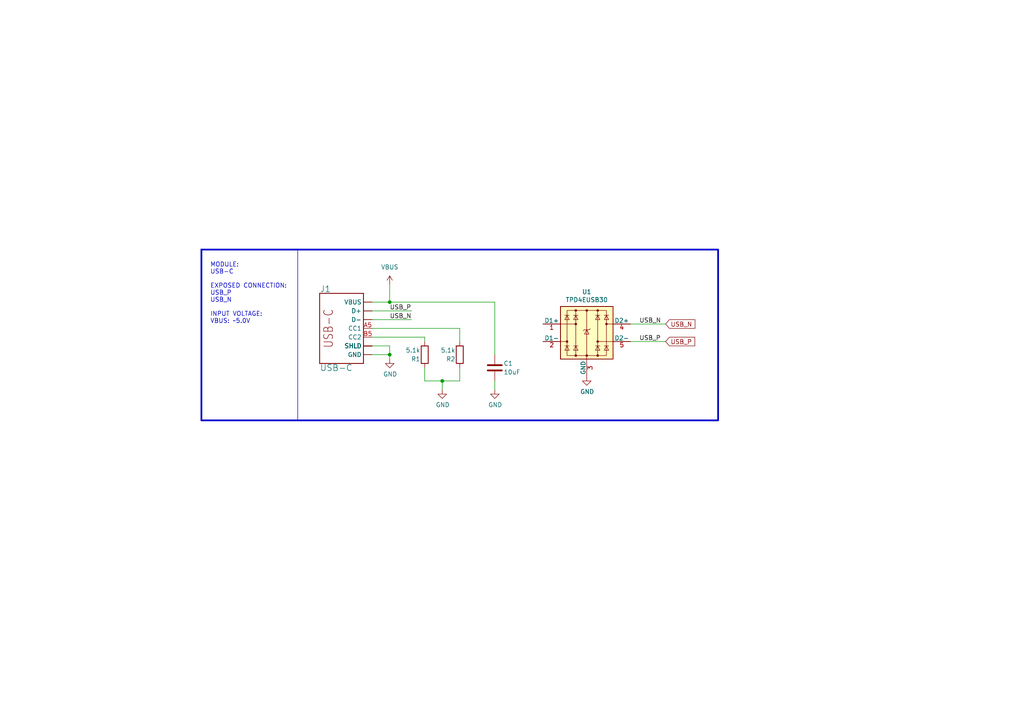
<source format=kicad_sch>
(kicad_sch (version 20230121) (generator eeschema)
  (paper "A4")
  (lib_symbols
    (symbol "AI_EINK-eagle-import:SparkFun-Connectors_USB_C16PIN"
      (property "Reference" "J" (at -2.54 10.414 0))
      (symbol "SparkFun-Connectors_USB_C16PIN_1_0"
        (polyline (pts (xy -2.54 -10.16) (xy -2.54 10.16)) (stroke (width 0.254)))
        (polyline (pts (xy -2.54 -10.16) (xy 10.16 -10.16)) (stroke (width 0.254)))
        (polyline (pts (xy 10.16 -10.16) (xy 10.16 10.16)) (stroke (width 0.254)))
        (polyline (pts (xy 10.16 10.16) (xy -2.54 10.16)) (stroke (width 0.254)))
        (text "USB-C" (at 0 0 900) (effects (font (size 2.54 2.159))))
        (pin bidirectional line (at 12.7 0 180) (length 2.54) (name "CC1") (number "A5"))
        (pin bidirectional line (at 12.7 5.08 180) (length 2.54) (name "D+") (number "A6"))
        (pin bidirectional line (at 12.7 2.54 180) (length 2.54) (name "D-") (number "A7"))
        (pin bidirectional line (at 12.7 -2.54 180) (length 2.54) (name "CC2") (number "B5"))
        (pin bidirectional line (at 12.7 5.08 180) (length 2.54) (name "D+") (number "B6"))
        (pin bidirectional line (at 12.7 2.54 180) (length 2.54) (name "D-") (number "B7"))
        (pin bidirectional line (at 12.7 -7.62 180) (length 2.54) (name "GND") (number "GND"))
        (pin bidirectional line (at 12.7 -7.62 180) (length 2.54) (name "GND") (number "GND2"))
        (pin bidirectional line (at 12.7 -5.08 180) (length 2.54) (name "SHLD") (number "SHLD1"))
        (pin bidirectional line (at 12.7 -5.08 180) (length 2.54) (name "SHLD") (number "SHLD2"))
        (pin bidirectional line (at 12.7 -5.08 180) (length 2.54) (name "SHLD") (number "SHLD3"))
        (pin bidirectional line (at 12.7 -5.08 180) (length 2.54) (name "SHLD") (number "SHLD4"))
        (pin bidirectional line (at 12.7 -5.08 180) (length 2.54) (name "SHLD") (number "SHLD5"))
        (pin bidirectional line (at 12.7 -5.08 180) (length 2.54) (name "SHLD") (number "SHLD6"))
        (pin bidirectional line (at 12.7 -5.08 180) (length 2.54) (name "SHLD") (number "SHLD7"))
        (pin bidirectional line (at 12.7 -5.08 180) (length 2.54) (name "SHLD") (number "SHLD8"))
        (pin bidirectional line (at 12.7 7.62 180) (length 2.54) (name "VBUS") (number "VBUS1"))
        (pin bidirectional line (at 12.7 7.62 180) (length 2.54) (name "VBUS") (number "VBUS2"))
      )
    )
    (symbol "CM4IO:TPD4EUSB30" (pin_names (offset 0))
      (property "Reference" "U" (at -0.635 8.89 0))
      (property "Value" "TPD4EUSB30" (at 8.89 -10.16 0))
      (symbol "TPD4EUSB30_0_0"
        (rectangle (start -5.715 6.477) (end 5.715 -6.604))
        (polyline (pts (xy -3.175 -6.604) (xy -3.175 6.477)))
        (polyline (pts (xy 0 6.477) (xy 0 -6.604)))
        (polyline (pts (xy 3.175 6.477) (xy 3.175 -6.604)))
      )
      (symbol "TPD4EUSB30_0_1"
        (rectangle (start -7.62 7.62) (end 7.62 -7.62) (stroke (width 0.254)) (fill (type background)))
        (circle (center -5.715 -2.54) (radius 0.2794) (fill (type outline)))
        (circle (center -3.175 -6.604) (radius 0.2794) (fill (type outline)))
        (circle (center -3.175 2.54) (radius 0.2794) (fill (type outline)))
        (circle (center -3.175 6.477) (radius 0.2794) (fill (type outline)))
        (circle (center 0 -6.604) (radius 0.2794) (fill (type outline)))
        (polyline (pts (xy -7.747 2.54) (xy -3.175 2.54)))
        (polyline (pts (xy -7.62 -2.54) (xy -5.715 -2.54)))
        (polyline (pts (xy -5.08 -3.81) (xy -6.35 -3.81)))
        (polyline (pts (xy -5.08 5.08) (xy -6.35 5.08)))
        (polyline (pts (xy -2.54 -3.81) (xy -3.81 -3.81)))
        (polyline (pts (xy -2.54 5.08) (xy -3.81 5.08)))
        (polyline (pts (xy -0.635 0.889) (xy -1.016 0.635)))
        (polyline (pts (xy 0 -6.604) (xy 0 -7.62)))
        (polyline (pts (xy 0.635 0.889) (xy -0.635 0.889)))
        (polyline (pts (xy 0.635 0.889) (xy 1.016 1.143)))
        (polyline (pts (xy 3.81 -3.81) (xy 2.54 -3.81)))
        (polyline (pts (xy 3.81 5.08) (xy 2.54 5.08)))
        (polyline (pts (xy 6.35 -3.81) (xy 5.08 -3.81)))
        (polyline (pts (xy 6.35 5.08) (xy 5.08 5.08)))
        (polyline (pts (xy 7.62 -2.54) (xy 3.175 -2.54)))
        (polyline (pts (xy 7.62 2.54) (xy 5.715 2.54)))
        (polyline (pts (xy -5.08 -5.08) (xy -6.35 -5.08) (xy -5.715 -3.81) (xy -5.08 -5.08)))
        (polyline (pts (xy -5.08 3.81) (xy -6.35 3.81) (xy -5.715 5.08) (xy -5.08 3.81)))
        (polyline (pts (xy -2.54 -5.08) (xy -3.81 -5.08) (xy -3.175 -3.81) (xy -2.54 -5.08)))
        (polyline (pts (xy -2.54 3.81) (xy -3.81 3.81) (xy -3.175 5.08) (xy -2.54 3.81)))
        (polyline (pts (xy 0.635 -0.381) (xy -0.635 -0.381) (xy 0 0.889) (xy 0.635 -0.381)))
        (polyline (pts (xy 3.81 -5.08) (xy 2.54 -5.08) (xy 3.175 -3.81) (xy 3.81 -5.08)))
        (polyline (pts (xy 3.81 3.81) (xy 2.54 3.81) (xy 3.175 5.08) (xy 3.81 3.81)))
        (polyline (pts (xy 6.35 -5.08) (xy 5.08 -5.08) (xy 5.715 -3.81) (xy 6.35 -5.08)))
        (polyline (pts (xy 6.35 3.81) (xy 5.08 3.81) (xy 5.715 5.08) (xy 6.35 3.81)))
        (circle (center 0 6.477) (radius 0.2794) (fill (type outline)))
        (circle (center 3.175 -6.604) (radius 0.2794) (fill (type outline)))
        (circle (center 3.175 -2.54) (radius 0.2794) (fill (type outline)))
        (circle (center 3.175 6.477) (radius 0.2794) (fill (type outline)))
        (circle (center 5.715 2.54) (radius 0.2794) (fill (type outline)))
      )
      (symbol "TPD4EUSB30_1_1"
        (pin passive line (at -12.7 2.54 0) (length 5.08) (name "D1+") (number "1"))
        (pin passive line (at -12.7 2.54 0) (length 5.08) hide (name "~") (number "10"))
        (pin passive line (at -12.7 -2.54 0) (length 5.08) (name "D1-") (number "2"))
        (pin power_in line (at 0 -12.7 90) (length 5.08) (name "GND") (number "3"))
        (pin passive line (at 12.7 2.54 180) (length 5.08) (name "D2+") (number "4"))
        (pin passive line (at 12.7 -2.54 180) (length 5.08) (name "D2-") (number "5"))
        (pin passive line (at 12.7 -2.54 180) (length 5.08) hide (name "~") (number "6"))
        (pin passive line (at 12.7 2.54 180) (length 5.08) hide (name "~") (number "7"))
        (pin passive line (at 0 -12.7 90) (length 5.08) hide (name "GND") (number "8"))
        (pin passive line (at -12.7 -2.54 0) (length 5.08) hide (name "~") (number "9"))
      )
    )
    (symbol "Device:C" (pin_numbers hide) (pin_names (offset 0.254))
      (property "Reference" "C" (at 0.635 2.54 0))
      (property "Value" "C" (at 0.635 -2.54 0))
      (symbol "C_0_1"
        (polyline (pts (xy -2.032 -0.762) (xy 2.032 -0.762)) (stroke (width 0.508)))
        (polyline (pts (xy -2.032 0.762) (xy 2.032 0.762)) (stroke (width 0.508)))
      )
      (symbol "C_1_1"
        (pin passive line (at 0 3.81 270) (length 2.794) (name "~") (number "1"))
        (pin passive line (at 0 -3.81 90) (length 2.794) (name "~") (number "2"))
      )
    )
    (symbol "Device:R" (pin_numbers hide) (pin_names (offset 0))
      (property "Reference" "R" (at 2.032 0 90))
      (property "Value" "R" (at 0 0 90))
      (symbol "R_0_1"
        (rectangle (start -1.016 -2.54) (end 1.016 2.54) (stroke (width 0.254)))
      )
      (symbol "R_1_1"
        (pin passive line (at 0 3.81 270) (length 1.27) (name "~") (number "1"))
        (pin passive line (at 0 -3.81 90) (length 1.27) (name "~") (number "2"))
      )
    )
    (symbol "power:GND" (power) (pin_names (offset 0))
      (property "Value" "GND" (at 0 -3.81 0))
      (symbol "GND_0_1"
        (polyline (pts (xy 0 0) (xy 0 -1.27) (xy 1.27 -1.27) (xy 0 -2.54) (xy -1.27 -1.27) (xy 0 -1.27)))
      )
      (symbol "GND_1_1"
        (pin power_in line (at 0 0 270) (length 0) hide (name "GND") (number "1"))
      )
    )
    (symbol "power:VBUS" (power) (pin_names (offset 0))
      (property "Value" "VBUS" (at 0 3.81 0))
      (symbol "VBUS_0_1"
        (polyline (pts (xy -0.762 1.27) (xy 0 2.54)))
        (polyline (pts (xy 0 0) (xy 0 2.54)))
        (polyline (pts (xy 0 2.54) (xy 0.762 1.27)))
      )
      (symbol "VBUS_1_1"
        (pin power_in line (at 0 0 90) (length 0) hide (name "VBUS") (number "1"))
      )
    )
  )
  (junction (at 128.27 110.49))
  (junction (at 113.03 87.63))
  (junction (at 113.03 102.87))
  (wire (pts (xy 113.03 87.63) (xy 113.03 82.55)) (stroke (width 0.1524)))
  (wire (pts (xy 123.19 97.79) (xy 123.19 99.06)))
  (wire (pts (xy 143.51 87.63) (xy 143.51 102.87)) (stroke (width 0.1524)))
  (wire (pts (xy 143.51 110.49) (xy 143.51 113.03)) (stroke (width 0.1524)))
  (wire (pts (xy 107.95 100.33) (xy 113.03 100.33)) (stroke (width 0.1524)))
  (wire (pts (xy 123.19 106.68) (xy 123.19 110.49)) (stroke (width 0.1524)))
  (wire (pts (xy 113.03 102.87) (xy 113.03 104.14)))
  (wire (pts (xy 182.88 93.98) (xy 193.04 93.98)))
  (wire (pts (xy 107.95 90.17) (xy 119.38 90.17)) (stroke (width 0.1524)))
  (wire (pts (xy 182.88 99.06) (xy 193.04 99.06)))
  (wire (pts (xy 107.95 87.63) (xy 113.03 87.63)) (stroke (width 0.1524)))
  (wire (pts (xy 113.03 100.33) (xy 113.03 102.87)) (stroke (width 0.1524)))
  (wire (pts (xy 107.95 95.25) (xy 133.35 95.25)) (stroke (width 0.1524)))
  (wire (pts (xy 133.35 97.79) (xy 133.35 99.06)))
  (wire (pts (xy 113.03 102.87) (xy 107.95 102.87)) (stroke (width 0.1524)))
  (wire (pts (xy 107.95 97.79) (xy 123.19 97.79)) (stroke (width 0.1524)))
  (wire (pts (xy 128.27 110.49) (xy 123.19 110.49)) (stroke (width 0.1524)))
  (wire (pts (xy 113.03 87.63) (xy 143.51 87.63)) (stroke (width 0.1524)))
  (wire (pts (xy 107.95 92.71) (xy 119.38 92.71)) (stroke (width 0.1524)))
  (wire (pts (xy 133.35 106.68) (xy 133.35 110.49)) (stroke (width 0.1524)))
  (wire (pts (xy 133.35 95.25) (xy 133.35 97.79)) (stroke (width 0.1524)))
  (wire (pts (xy 133.35 110.49) (xy 128.27 110.49)) (stroke (width 0.1524)))
  (wire (pts (xy 128.27 110.49) (xy 128.27 113.03)) (stroke (width 0.1524)))
  (rectangle (start 58.42 72.39) (end 208.28 121.92) (stroke (width 0.5)))
  (rectangle (start 58.42 72.39) (end 86.36 121.92))
  (text "MODULE:\nUSB-C\n\nEXPOSED CONNECTION: \nUSB_P\nUSB_N\n\nINPUT VOLTAGE:\nVBUS: ~5.0V" (at 60.96 93.98 0) (effects (font (size 1.27 1.27)) (justify left bottom)))
  (label "USB_N" (at 113.03 92.71 0))
  (label "USB_P" (at 113.03 90.17 0))
  (label "USB_N" (at 185.42 93.98 0))
  (label "USB_P" (at 185.42 99.06 0))
  (global_label "USB_P" (shape input) (at 193.04 99.06 0) (property "Intersheetrefs" "${INTERSHEET_REFS}" (effects hide)))
  (global_label "USB_N" (shape input) (at 193.04 93.98 0) (property "Intersheetrefs" "${INTERSHEET_REFS}" (effects hide)))
  (symbol (lib_id "power:GND") (at 143.51 113.03 0) (unit 1)
    (property "Reference" "#PWR04" (effects hide))
    (property "Value" "GND" (at 143.637 117.4242 0))
  )
  (symbol (lib_id "Device:R") (at 123.19 102.87 180) (unit 1)
    (property "Reference" "R1" (at 121.92 104.14 0) (effects (justify left)))
    (property "Value" "5.1k" (at 121.92 101.6 0) (effects (justify left)))
    (property "Footprint" "Resistor_SMD:R_01005_0402Metric" (effects hide))
  )
  (symbol (lib_id "power:GND") (at 113.03 104.14 0) (unit 1)
    (property "Reference" "#PWR02" (effects hide))
    (property "Value" "GND" (at 113.157 108.5342 0))
  )
  (symbol (lib_id "AI_EINK-eagle-import:SparkFun-Connectors_USB_C16PIN") (at 95.25 95.25 0) (unit 1)
    (property "Reference" "J1" (at 92.71 84.836 0) (effects (font (size 1.778 1.778)) (justify left bottom)))
    (property "Value" "USB-C" (at 92.71 107.696 0) (effects (font (size 1.778 1.778)) (justify left bottom)))
    (property "Footprint" "AI_EINK:USB-C-16P" (effects hide))
  )
  (symbol (lib_id "power:GND") (at 170.18 109.22 0) (unit 1)
    (property "Reference" "#PWR05" (effects hide))
    (property "Value" "GND" (at 170.307 113.6142 0))
  )
  (symbol (lib_id "power:VBUS") (at 113.03 82.55 0) (unit 1)
    (property "Reference" "#PWR01" (effects hide))
    (property "Value" "VBUS" (at 113.03 77.47 0))
  )
  (symbol (lib_id "CM4IO:TPD4EUSB30") (at 170.18 96.52 0) (unit 1)
    (property "Reference" "U1" (at 170.18 84.6582 0))
    (property "Value" "TPD4EUSB30" (at 170.18 86.9696 0))
    (property "Footprint" "Package_SON:USON-10_2.5x1.0mm_P0.5mm" (effects hide))
    (property "Datasheet" "http://www.ti.com/lit/ds/symlink/tpd2eusb30a.pdf" (effects hide))
    (property "Field4" "Farnell" (effects hide))
    (property "Field5" "2335455" (effects hide))
    (property "Field6" "CDDFN10-3324P-13" (effects hide))
    (property "Field7" "Bourns" (effects hide))
    (property "Field8" "UDIO00346" (effects hide))
    (property "Part Description" "Quad TVS diode for high speed signals (USB3, GigE etc.)" (effects hide))
  )
  (symbol (lib_id "Device:R") (at 133.35 102.87 180) (unit 1)
    (property "Reference" "R2" (at 132.08 104.14 0) (effects (justify left)))
    (property "Value" "5.1k" (at 132.08 101.6 0) (effects (justify left)))
    (property "Footprint" "Resistor_SMD:R_01005_0402Metric" (effects hide))
  )
  (symbol (lib_id "Device:C") (at 143.51 106.68 0) (unit 1)
    (property "Reference" "C1" (at 146.05 105.41 0) (effects (justify left)))
    (property "Value" "10uF" (at 146.05 107.95 0) (effects (justify left)))
    (property "Footprint" "Capacitor_SMD:C_0402_1005Metric" (effects hide))
  )
  (symbol (lib_id "power:GND") (at 128.27 113.03 0) (unit 1)
    (property "Reference" "#PWR03" (effects hide))
    (property "Value" "GND" (at 128.397 117.4242 0))
  )
)
</source>
